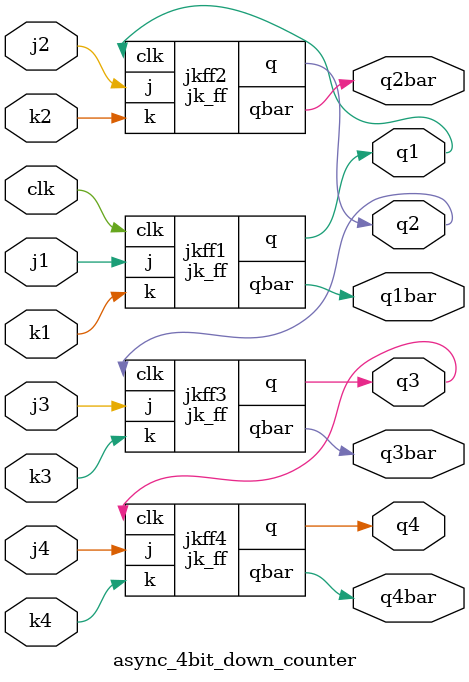
<source format=v>
`timescale 1ns / 1ps
module jk_ff(input clk,j,k,output reg q=1,output qbar);
always@(negedge clk)
begin
case({j,k})
2'b00:q<=q;
2'b01:q<=0;
2'b10:q<=1;
2'b11:q<=~q;
endcase
end
assign qbar=~q;
endmodule

module async_4bit_down_counter(
    input clk,
    input j1,
    input k1,
    input j2,
    input k2,
    input j3,
    input k3,
    input j4,
    input k4,
    output q1,
    output q2,
    output q3,
    output q4,q1bar,q2bar,q3bar,q4bar
    );
    jk_ff jkff1(clk,j1,k1,q1,q1bar);
    jk_ff jkff2(q1,j2,k2,q2,q2bar);
    jk_ff jkff3(q2,j3,k3,q3,q3bar);
    jk_ff jkff4(q3,j4,k4,q4,q4bar);
endmodule

</source>
